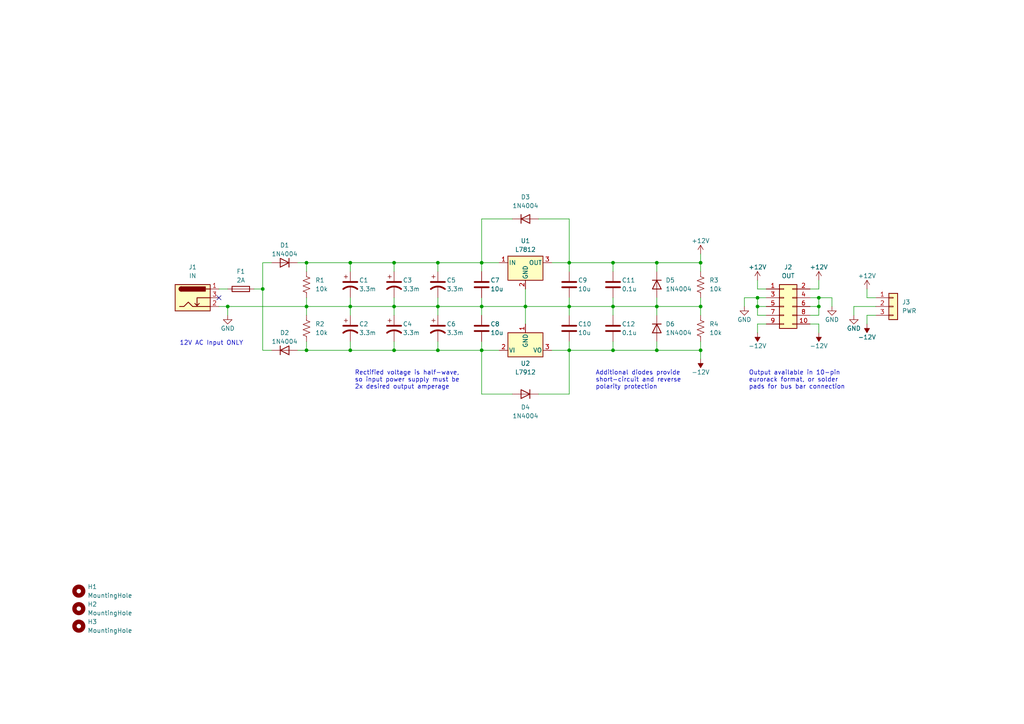
<source format=kicad_sch>
(kicad_sch (version 20211123) (generator eeschema)
  (paper "A4")
  (lib_symbols
    (symbol "Connector:Barrel_Jack_Switch" (pin_names hide)
      (property "Reference" "J" (at 0 5.334 0))
      (property "Value" "Barrel_Jack_Switch" (at 0 -5.08 0))
      (symbol "Barrel_Jack_Switch_0_1"
        (rectangle (start -5.08 3.81) (end 5.08 -3.81) (stroke (width 0.254)) (fill (type background)))
        (arc (start -3.302 3.175) (mid -3.937 2.54) (end -3.302 1.905) (stroke (width 0.254)))
        (arc (start -3.302 3.175) (mid -3.937 2.54) (end -3.302 1.905) (stroke (width 0.254)) (fill (type outline)))
        (polyline (pts (xy 1.27 -2.286) (xy 1.905 -1.651)) (stroke (width 0.254)))
        (polyline (pts (xy 5.08 2.54) (xy 3.81 2.54)) (stroke (width 0.254)))
        (polyline (pts (xy 5.08 0) (xy 1.27 0) (xy 1.27 -2.286) (xy 0.635 -1.651)) (stroke (width 0.254)))
        (polyline (pts (xy -3.81 -2.54) (xy -2.54 -2.54) (xy -1.27 -1.27) (xy 0 -2.54) (xy 2.54 -2.54) (xy 5.08 -2.54)) (stroke (width 0.254)))
        (rectangle (start 3.683 3.175) (end -3.302 1.905) (stroke (width 0.254)) (fill (type outline)))
      )
      (symbol "Barrel_Jack_Switch_1_1"
        (pin passive line (at 7.62 2.54 180) (length 2.54) (name "~") (number "1"))
        (pin passive line (at 7.62 -2.54 180) (length 2.54) (name "~") (number "2"))
        (pin passive line (at 7.62 0 180) (length 2.54) (name "~") (number "3"))
      )
    )
    (symbol "Connector_Generic:Conn_01x03" (pin_names (offset 1.016) hide)
      (property "Reference" "J" (at 0 5.08 0))
      (property "Value" "Conn_01x03" (at 0 -5.08 0))
      (symbol "Conn_01x03_1_1"
        (rectangle (start -1.27 -2.413) (end 0 -2.667) (stroke (width 0.1524)))
        (rectangle (start -1.27 0.127) (end 0 -0.127) (stroke (width 0.1524)))
        (rectangle (start -1.27 2.667) (end 0 2.413) (stroke (width 0.1524)))
        (rectangle (start -1.27 3.81) (end 1.27 -3.81) (stroke (width 0.254)) (fill (type background)))
        (pin passive line (at -5.08 2.54 0) (length 3.81) (name "Pin_1") (number "1"))
        (pin passive line (at -5.08 0 0) (length 3.81) (name "Pin_2") (number "2"))
        (pin passive line (at -5.08 -2.54 0) (length 3.81) (name "Pin_3") (number "3"))
      )
    )
    (symbol "Connector_Generic:Conn_02x05_Odd_Even" (pin_names (offset 1.016) hide)
      (property "Reference" "J" (at 1.27 7.62 0))
      (property "Value" "Conn_02x05_Odd_Even" (at 1.27 -7.62 0))
      (symbol "Conn_02x05_Odd_Even_1_1"
        (rectangle (start -1.27 -4.953) (end 0 -5.207) (stroke (width 0.1524)))
        (rectangle (start -1.27 -2.413) (end 0 -2.667) (stroke (width 0.1524)))
        (rectangle (start -1.27 0.127) (end 0 -0.127) (stroke (width 0.1524)))
        (rectangle (start -1.27 2.667) (end 0 2.413) (stroke (width 0.1524)))
        (rectangle (start -1.27 5.207) (end 0 4.953) (stroke (width 0.1524)))
        (rectangle (start -1.27 6.35) (end 3.81 -6.35) (stroke (width 0.254)) (fill (type background)))
        (rectangle (start 3.81 -4.953) (end 2.54 -5.207) (stroke (width 0.1524)))
        (rectangle (start 3.81 -2.413) (end 2.54 -2.667) (stroke (width 0.1524)))
        (rectangle (start 3.81 0.127) (end 2.54 -0.127) (stroke (width 0.1524)))
        (rectangle (start 3.81 2.667) (end 2.54 2.413) (stroke (width 0.1524)))
        (rectangle (start 3.81 5.207) (end 2.54 4.953) (stroke (width 0.1524)))
        (pin passive line (at -5.08 5.08 0) (length 3.81) (name "Pin_1") (number "1"))
        (pin passive line (at 7.62 -5.08 180) (length 3.81) (name "Pin_10") (number "10"))
        (pin passive line (at 7.62 5.08 180) (length 3.81) (name "Pin_2") (number "2"))
        (pin passive line (at -5.08 2.54 0) (length 3.81) (name "Pin_3") (number "3"))
        (pin passive line (at 7.62 2.54 180) (length 3.81) (name "Pin_4") (number "4"))
        (pin passive line (at -5.08 0 0) (length 3.81) (name "Pin_5") (number "5"))
        (pin passive line (at 7.62 0 180) (length 3.81) (name "Pin_6") (number "6"))
        (pin passive line (at -5.08 -2.54 0) (length 3.81) (name "Pin_7") (number "7"))
        (pin passive line (at 7.62 -2.54 180) (length 3.81) (name "Pin_8") (number "8"))
        (pin passive line (at -5.08 -5.08 0) (length 3.81) (name "Pin_9") (number "9"))
      )
    )
    (symbol "Device:C" (pin_numbers hide) (pin_names (offset 0.254))
      (property "Reference" "C" (at 0.635 2.54 0))
      (property "Value" "C" (at 0.635 -2.54 0))
      (symbol "C_0_1"
        (polyline (pts (xy -2.032 -0.762) (xy 2.032 -0.762)) (stroke (width 0.508)))
        (polyline (pts (xy -2.032 0.762) (xy 2.032 0.762)) (stroke (width 0.508)))
      )
      (symbol "C_1_1"
        (pin passive line (at 0 3.81 270) (length 2.794) (name "~") (number "1"))
        (pin passive line (at 0 -3.81 90) (length 2.794) (name "~") (number "2"))
      )
    )
    (symbol "Device:C_Polarized_US" (pin_numbers hide) (pin_names (offset 0.254) hide)
      (property "Reference" "C" (at 0.635 2.54 0))
      (property "Value" "C_Polarized_US" (at 0.635 -2.54 0))
      (symbol "C_Polarized_US_0_1"
        (polyline (pts (xy -2.032 0.762) (xy 2.032 0.762)) (stroke (width 0.508)))
        (polyline (pts (xy -1.778 2.286) (xy -0.762 2.286)))
        (polyline (pts (xy -1.27 1.778) (xy -1.27 2.794)))
        (arc (start 2.032 -1.27) (mid 0 -0.5572) (end -2.032 -1.27) (stroke (width 0.508)))
      )
      (symbol "C_Polarized_US_1_1"
        (pin passive line (at 0 3.81 270) (length 2.794) (name "~") (number "1"))
        (pin passive line (at 0 -3.81 90) (length 3.302) (name "~") (number "2"))
      )
    )
    (symbol "Device:D" (pin_numbers hide) (pin_names (offset 1.016) hide)
      (property "Reference" "D" (at 0 2.54 0))
      (property "Value" "D" (at 0 -2.54 0))
      (symbol "D_0_1"
        (polyline (pts (xy -1.27 1.27) (xy -1.27 -1.27)) (stroke (width 0.254)))
        (polyline (pts (xy 1.27 0) (xy -1.27 0)))
        (polyline (pts (xy 1.27 1.27) (xy 1.27 -1.27) (xy -1.27 0) (xy 1.27 1.27)) (stroke (width 0.254)))
      )
      (symbol "D_1_1"
        (pin passive line (at -3.81 0 0) (length 2.54) (name "K") (number "1"))
        (pin passive line (at 3.81 0 180) (length 2.54) (name "A") (number "2"))
      )
    )
    (symbol "Device:Fuse" (pin_numbers hide) (pin_names (offset 0))
      (property "Reference" "F" (at 2.032 0 90))
      (property "Value" "Fuse" (at -1.905 0 90))
      (symbol "Fuse_0_1"
        (rectangle (start -0.762 -2.54) (end 0.762 2.54) (stroke (width 0.254)))
        (polyline (pts (xy 0 2.54) (xy 0 -2.54)))
      )
      (symbol "Fuse_1_1"
        (pin passive line (at 0 3.81 270) (length 1.27) (name "~") (number "1"))
        (pin passive line (at 0 -3.81 90) (length 1.27) (name "~") (number "2"))
      )
    )
    (symbol "Device:R_US" (pin_numbers hide) (pin_names (offset 0))
      (property "Reference" "R" (at 2.54 0 90))
      (property "Value" "R_US" (at -2.54 0 90))
      (symbol "R_US_0_1"
        (polyline (pts (xy 0 -2.286) (xy 0 -2.54)))
        (polyline (pts (xy 0 2.286) (xy 0 2.54)))
        (polyline (pts (xy 0 -0.762) (xy 1.016 -1.143) (xy 0 -1.524) (xy -1.016 -1.905) (xy 0 -2.286)))
        (polyline (pts (xy 0 0.762) (xy 1.016 0.381) (xy 0 0) (xy -1.016 -0.381) (xy 0 -0.762)))
        (polyline (pts (xy 0 2.286) (xy 1.016 1.905) (xy 0 1.524) (xy -1.016 1.143) (xy 0 0.762)))
      )
      (symbol "R_US_1_1"
        (pin passive line (at 0 3.81 270) (length 1.27) (name "~") (number "1"))
        (pin passive line (at 0 -3.81 90) (length 1.27) (name "~") (number "2"))
      )
    )
    (symbol "Mechanical:MountingHole" (pin_names (offset 1.016))
      (property "Reference" "H" (at 0 5.08 0))
      (property "Value" "MountingHole" (at 0 3.175 0))
      (symbol "MountingHole_0_1"
        (circle (center 0 0) (radius 1.27) (stroke (width 1.27)))
      )
    )
    (symbol "Regulator_Linear:L7812" (pin_names (offset 0.254))
      (property "Reference" "U" (at -3.81 3.175 0))
      (property "Value" "L7812" (at 0 3.175 0))
      (symbol "L7812_0_1"
        (rectangle (start -5.08 1.905) (end 5.08 -5.08) (stroke (width 0.254)) (fill (type background)))
      )
      (symbol "L7812_1_1"
        (pin power_in line (at -7.62 0 0) (length 2.54) (name "IN") (number "1"))
        (pin power_in line (at 0 -7.62 90) (length 2.54) (name "GND") (number "2"))
        (pin power_out line (at 7.62 0 180) (length 2.54) (name "OUT") (number "3"))
      )
    )
    (symbol "Regulator_Linear:L7912" (pin_names (offset 0.254))
      (property "Reference" "U" (at -3.81 -3.175 0))
      (property "Value" "L7912" (at 0 -3.175 0))
      (symbol "L7912_0_1"
        (rectangle (start -5.08 5.08) (end 5.08 -1.905) (stroke (width 0.254)) (fill (type background)))
      )
      (symbol "L7912_1_1"
        (pin power_in line (at 0 7.62 270) (length 2.54) (name "GND") (number "1"))
        (pin power_in line (at -7.62 0 0) (length 2.54) (name "VI") (number "2"))
        (pin power_out line (at 7.62 0 180) (length 2.54) (name "VO") (number "3"))
      )
    )
    (symbol "power:+12V" (power) (pin_names (offset 0))
      (property "Value" "+12V" (at 0 3.556 0))
      (symbol "+12V_0_1"
        (polyline (pts (xy -0.762 1.27) (xy 0 2.54)))
        (polyline (pts (xy 0 0) (xy 0 2.54)))
        (polyline (pts (xy 0 2.54) (xy 0.762 1.27)))
      )
      (symbol "+12V_1_1"
        (pin power_in line (at 0 0 90) (length 0) hide (name "+12V") (number "1"))
      )
    )
    (symbol "power:-12V" (power) (pin_names (offset 0))
      (property "Value" "-12V" (at 0 3.81 0))
      (symbol "-12V_0_0"
        (pin power_in line (at 0 0 90) (length 0) hide (name "-12V") (number "1"))
      )
      (symbol "-12V_0_1"
        (polyline (pts (xy 0 0) (xy 0 1.27) (xy 0.762 1.27) (xy 0 2.54) (xy -0.762 1.27) (xy 0 1.27)) (fill (type outline)))
      )
    )
    (symbol "power:GND" (power) (pin_names (offset 0))
      (property "Value" "GND" (at 0 -3.81 0))
      (symbol "GND_0_1"
        (polyline (pts (xy 0 0) (xy 0 -1.27) (xy 1.27 -1.27) (xy 0 -2.54) (xy -1.27 -1.27) (xy 0 -1.27)))
      )
      (symbol "GND_1_1"
        (pin power_in line (at 0 0 270) (length 0) hide (name "GND") (number "1"))
      )
    )
  )
  (junction (at 190.5 88.9))
  (junction (at 139.7 88.9))
  (junction (at 127 88.9))
  (junction (at 114.3 88.9))
  (junction (at 101.6 88.9))
  (junction (at 76.2 83.82))
  (junction (at 114.3 101.6))
  (junction (at 190.5 101.6))
  (junction (at 219.71 88.9))
  (junction (at 88.9 101.6))
  (junction (at 66.04 88.9))
  (junction (at 219.71 86.36))
  (junction (at 139.7 101.6))
  (junction (at 114.3 76.2))
  (junction (at 101.6 76.2))
  (junction (at 177.8 76.2))
  (junction (at 237.49 88.9))
  (junction (at 237.49 86.36))
  (junction (at 127 76.2))
  (junction (at 190.5 76.2))
  (junction (at 203.2 76.2))
  (junction (at 165.1 88.9))
  (junction (at 139.7 76.2))
  (junction (at 177.8 88.9))
  (junction (at 152.4 88.9))
  (junction (at 165.1 76.2))
  (junction (at 127 101.6))
  (junction (at 88.9 88.9))
  (junction (at 165.1 101.6))
  (junction (at 203.2 101.6))
  (junction (at 88.9 76.2))
  (junction (at 203.2 88.9))
  (junction (at 101.6 101.6))
  (junction (at 177.8 101.6))
  (no_connect (at 63.5 86.36))
  (wire (pts (xy 203.2 88.9) (xy 203.2 91.44)))
  (wire (pts (xy 101.6 88.9) (xy 114.3 88.9)))
  (wire (pts (xy 148.59 63.5) (xy 139.7 63.5)))
  (wire (pts (xy 76.2 101.6) (xy 78.74 101.6)))
  (wire (pts (xy 76.2 76.2) (xy 76.2 83.82)))
  (wire (pts (xy 237.49 93.98) (xy 237.49 96.52)))
  (wire (pts (xy 234.95 93.98) (xy 237.49 93.98)))
  (wire (pts (xy 86.36 76.2) (xy 88.9 76.2)))
  (wire (pts (xy 219.71 83.82) (xy 222.25 83.82)))
  (wire (pts (xy 114.3 99.06) (xy 114.3 101.6)))
  (wire (pts (xy 127 78.74) (xy 127 76.2)))
  (wire (pts (xy 88.9 88.9) (xy 101.6 88.9)))
  (wire (pts (xy 165.1 114.3) (xy 165.1 101.6)))
  (wire (pts (xy 190.5 76.2) (xy 190.5 78.74)))
  (wire (pts (xy 251.46 91.44) (xy 251.46 93.98)))
  (wire (pts (xy 66.04 88.9) (xy 66.04 91.44)))
  (wire (pts (xy 234.95 83.82) (xy 237.49 83.82)))
  (wire (pts (xy 251.46 86.36) (xy 254 86.36)))
  (wire (pts (xy 101.6 86.36) (xy 101.6 88.9)))
  (wire (pts (xy 160.02 76.2) (xy 165.1 76.2)))
  (wire (pts (xy 76.2 83.82) (xy 76.2 101.6)))
  (wire (pts (xy 215.9 88.9) (xy 215.9 86.36)))
  (wire (pts (xy 139.7 114.3) (xy 148.59 114.3)))
  (wire (pts (xy 237.49 86.36) (xy 237.49 88.9)))
  (wire (pts (xy 219.71 81.28) (xy 219.71 83.82)))
  (wire (pts (xy 114.3 86.36) (xy 114.3 88.9)))
  (wire (pts (xy 234.95 88.9) (xy 237.49 88.9)))
  (wire (pts (xy 101.6 99.06) (xy 101.6 101.6)))
  (wire (pts (xy 127 101.6) (xy 139.7 101.6)))
  (wire (pts (xy 139.7 78.74) (xy 139.7 76.2)))
  (wire (pts (xy 139.7 86.36) (xy 139.7 88.9)))
  (wire (pts (xy 101.6 88.9) (xy 101.6 91.44)))
  (wire (pts (xy 237.49 86.36) (xy 241.3 86.36)))
  (wire (pts (xy 101.6 76.2) (xy 114.3 76.2)))
  (wire (pts (xy 190.5 101.6) (xy 203.2 101.6)))
  (wire (pts (xy 86.36 101.6) (xy 88.9 101.6)))
  (wire (pts (xy 165.1 101.6) (xy 177.8 101.6)))
  (wire (pts (xy 88.9 88.9) (xy 88.9 91.44)))
  (wire (pts (xy 165.1 101.6) (xy 165.1 99.06)))
  (wire (pts (xy 165.1 88.9) (xy 177.8 88.9)))
  (wire (pts (xy 165.1 76.2) (xy 177.8 76.2)))
  (wire (pts (xy 251.46 83.82) (xy 251.46 86.36)))
  (wire (pts (xy 177.8 88.9) (xy 177.8 86.36)))
  (wire (pts (xy 127 86.36) (xy 127 88.9)))
  (wire (pts (xy 247.65 88.9) (xy 254 88.9)))
  (wire (pts (xy 88.9 101.6) (xy 88.9 99.06)))
  (wire (pts (xy 219.71 86.36) (xy 222.25 86.36)))
  (wire (pts (xy 114.3 88.9) (xy 127 88.9)))
  (wire (pts (xy 114.3 78.74) (xy 114.3 76.2)))
  (wire (pts (xy 190.5 86.36) (xy 190.5 88.9)))
  (wire (pts (xy 203.2 88.9) (xy 203.2 86.36)))
  (wire (pts (xy 114.3 76.2) (xy 127 76.2)))
  (wire (pts (xy 219.71 93.98) (xy 219.71 96.52)))
  (wire (pts (xy 127 76.2) (xy 139.7 76.2)))
  (wire (pts (xy 190.5 76.2) (xy 203.2 76.2)))
  (wire (pts (xy 156.21 114.3) (xy 165.1 114.3)))
  (wire (pts (xy 88.9 78.74) (xy 88.9 76.2)))
  (wire (pts (xy 139.7 99.06) (xy 139.7 101.6)))
  (wire (pts (xy 127 99.06) (xy 127 101.6)))
  (wire (pts (xy 63.5 83.82) (xy 66.04 83.82)))
  (wire (pts (xy 139.7 63.5) (xy 139.7 76.2)))
  (wire (pts (xy 203.2 78.74) (xy 203.2 76.2)))
  (wire (pts (xy 241.3 86.36) (xy 241.3 88.9)))
  (wire (pts (xy 165.1 76.2) (xy 165.1 63.5)))
  (wire (pts (xy 219.71 88.9) (xy 219.71 86.36)))
  (wire (pts (xy 203.2 101.6) (xy 203.2 104.14)))
  (wire (pts (xy 101.6 78.74) (xy 101.6 76.2)))
  (wire (pts (xy 63.5 88.9) (xy 66.04 88.9)))
  (wire (pts (xy 127 88.9) (xy 127 91.44)))
  (wire (pts (xy 190.5 88.9) (xy 203.2 88.9)))
  (wire (pts (xy 165.1 88.9) (xy 165.1 91.44)))
  (wire (pts (xy 139.7 101.6) (xy 144.78 101.6)))
  (wire (pts (xy 177.8 101.6) (xy 177.8 99.06)))
  (wire (pts (xy 88.9 88.9) (xy 88.9 86.36)))
  (wire (pts (xy 222.25 91.44) (xy 219.71 91.44)))
  (wire (pts (xy 101.6 101.6) (xy 114.3 101.6)))
  (wire (pts (xy 88.9 101.6) (xy 101.6 101.6)))
  (wire (pts (xy 139.7 76.2) (xy 144.78 76.2)))
  (wire (pts (xy 177.8 76.2) (xy 190.5 76.2)))
  (wire (pts (xy 237.49 88.9) (xy 237.49 91.44)))
  (wire (pts (xy 165.1 78.74) (xy 165.1 76.2)))
  (wire (pts (xy 127 88.9) (xy 139.7 88.9)))
  (wire (pts (xy 251.46 91.44) (xy 254 91.44)))
  (wire (pts (xy 76.2 76.2) (xy 78.74 76.2)))
  (wire (pts (xy 234.95 86.36) (xy 237.49 86.36)))
  (wire (pts (xy 237.49 81.28) (xy 237.49 83.82)))
  (wire (pts (xy 114.3 101.6) (xy 127 101.6)))
  (wire (pts (xy 177.8 88.9) (xy 190.5 88.9)))
  (wire (pts (xy 88.9 76.2) (xy 101.6 76.2)))
  (wire (pts (xy 190.5 99.06) (xy 190.5 101.6)))
  (wire (pts (xy 190.5 88.9) (xy 190.5 91.44)))
  (wire (pts (xy 139.7 88.9) (xy 139.7 91.44)))
  (wire (pts (xy 139.7 101.6) (xy 139.7 114.3)))
  (wire (pts (xy 215.9 86.36) (xy 219.71 86.36)))
  (wire (pts (xy 152.4 88.9) (xy 165.1 88.9)))
  (wire (pts (xy 219.71 88.9) (xy 222.25 88.9)))
  (wire (pts (xy 66.04 88.9) (xy 88.9 88.9)))
  (wire (pts (xy 177.8 101.6) (xy 190.5 101.6)))
  (wire (pts (xy 219.71 91.44) (xy 219.71 88.9)))
  (wire (pts (xy 73.66 83.82) (xy 76.2 83.82)))
  (wire (pts (xy 165.1 88.9) (xy 165.1 86.36)))
  (wire (pts (xy 160.02 101.6) (xy 165.1 101.6)))
  (wire (pts (xy 177.8 88.9) (xy 177.8 91.44)))
  (wire (pts (xy 203.2 73.66) (xy 203.2 76.2)))
  (wire (pts (xy 152.4 88.9) (xy 152.4 93.98)))
  (wire (pts (xy 156.21 63.5) (xy 165.1 63.5)))
  (wire (pts (xy 247.65 91.44) (xy 247.65 88.9)))
  (wire (pts (xy 203.2 101.6) (xy 203.2 99.06)))
  (wire (pts (xy 139.7 88.9) (xy 152.4 88.9)))
  (wire (pts (xy 152.4 83.82) (xy 152.4 88.9)))
  (wire (pts (xy 114.3 88.9) (xy 114.3 91.44)))
  (wire (pts (xy 177.8 78.74) (xy 177.8 76.2)))
  (wire (pts (xy 237.49 91.44) (xy 234.95 91.44)))
  (wire (pts (xy 219.71 93.98) (xy 222.25 93.98)))
  (text "Rectified voltage is half-wave,\nso input power supply must be\n2x desired output amperage" (at 102.87 113.03 0) (effects (font (size 1.27 1.27)) (justify left bottom)))
  (text "Additional diodes provide\nshort-circuit and reverse\npolarity protection" (at 172.72 113.03 0) (effects (font (size 1.27 1.27)) (justify left bottom)))
  (text "Output available in 10-pin\neurorack format, or solder\npads for bus bar connection" (at 217.17 113.03 0) (effects (font (size 1.27 1.27)) (justify left bottom)))
  (text "12V AC Input ONLY" (at 52.07 100.33 0) (effects (font (size 1.27 1.27)) (justify left bottom)))
  (symbol (lib_id "Device:D") (at 82.55 76.2 180) (unit 1)
    (property "Reference" "D1" (at 82.55 71.12 0))
    (property "Value" "1N4004" (at 82.55 73.66 0))
    (property "Footprint" "Diode_THT:D_DO-41_SOD81_P7.62mm_Horizontal" (effects hide))
  )
  (symbol (lib_id "Mechanical:MountingHole") (at 22.86 171.45 0) (unit 1)
    (property "Reference" "H1" (at 25.4 170.1799 0) (effects (justify left)))
    (property "Value" "MountingHole" (at 25.4 172.7199 0) (effects (justify left)))
    (property "Footprint" "MountingHole:MountingHole_4.3mm_M4" (effects hide))
  )
  (symbol (lib_id "Device:C_Polarized_US") (at 127 82.55 0) (unit 1)
    (property "Reference" "C5" (at 129.54 81.28 0) (effects (justify left)))
    (property "Value" "3.3m" (at 129.54 83.82 0) (effects (justify left)))
    (property "Footprint" "Capacitor_THT:CP_Radial_D16.0mm_P7.50mm" (effects hide))
  )
  (symbol (lib_id "Device:D") (at 152.4 63.5 0) (mirror x) (unit 1)
    (property "Reference" "D3" (at 152.4 57.15 0))
    (property "Value" "1N4004" (at 152.4 59.69 0))
    (property "Footprint" "Diode_THT:D_DO-41_SOD81_P7.62mm_Horizontal" (effects hide))
  )
  (symbol (lib_id "power:+12V") (at 203.2 73.66 0) (unit 1)
    (property "Reference" "#PWR02" (effects hide))
    (property "Value" "+12V" (at 203.2 69.85 0))
  )
  (symbol (lib_id "Device:C") (at 165.1 95.25 0) (unit 1)
    (property "Reference" "C10" (at 167.64 93.98 0) (effects (justify left)))
    (property "Value" "10u" (at 167.64 96.52 0) (effects (justify left)))
    (property "Footprint" "Capacitor_THT:C_Rect_L7.0mm_W4.5mm_P5.00mm" (effects hide))
  )
  (symbol (lib_id "Device:D") (at 190.5 95.25 90) (mirror x) (unit 1)
    (property "Reference" "D6" (at 193.04 93.9799 90) (effects (justify right)))
    (property "Value" "1N4004" (at 193.04 96.5199 90) (effects (justify right)))
    (property "Footprint" "Diode_THT:D_DO-41_SOD81_P7.62mm_Horizontal" (effects hide))
  )
  (symbol (lib_id "Device:C") (at 139.7 82.55 0) (unit 1)
    (property "Reference" "C7" (at 142.24 81.28 0) (effects (justify left)))
    (property "Value" "10u" (at 142.24 83.82 0) (effects (justify left)))
    (property "Footprint" "Capacitor_THT:C_Rect_L7.0mm_W4.5mm_P5.00mm" (effects hide))
  )
  (symbol (lib_id "Regulator_Linear:L7912") (at 152.4 101.6 0) (unit 1)
    (property "Reference" "U2" (at 152.4 105.41 0))
    (property "Value" "L7912" (at 152.4 107.95 0))
    (property "Footprint" "Package_TO_SOT_THT:TO-220-3_Horizontal_TabDown" (effects hide))
    (property "Datasheet" "http://www.st.com/content/ccc/resource/technical/document/datasheet/c9/16/86/41/c7/2b/45/f2/CD00000450.pdf/files/CD00000450.pdf/jcr:content/translations/en.CD00000450.pdf" (effects hide))
  )
  (symbol (lib_id "Device:D") (at 190.5 82.55 270) (unit 1)
    (property "Reference" "D5" (at 193.04 81.28 90) (effects (justify left)))
    (property "Value" "1N4004" (at 193.04 83.8199 90) (effects (justify left)))
    (property "Footprint" "Diode_THT:D_DO-41_SOD81_P7.62mm_Horizontal" (effects hide))
  )
  (symbol (lib_id "power:-12V") (at 237.49 96.52 180) (unit 1)
    (property "Reference" "#PWR08" (effects hide))
    (property "Value" "-12V" (at 237.49 100.33 0))
  )
  (symbol (lib_id "Device:R_US") (at 203.2 82.55 0) (unit 1)
    (property "Reference" "R3" (at 205.74 81.2799 0) (effects (justify left)))
    (property "Value" "10k" (at 205.74 83.8199 0) (effects (justify left)))
    (property "Footprint" "Resistor_THT:R_Axial_DIN0204_L3.6mm_D1.6mm_P5.08mm_Horizontal" (effects hide))
  )
  (symbol (lib_id "power:+12V") (at 251.46 83.82 0) (unit 1)
    (property "Reference" "#PWR011" (effects hide))
    (property "Value" "+12V" (at 251.46 80.01 0))
  )
  (symbol (lib_id "Device:D") (at 152.4 114.3 180) (unit 1)
    (property "Reference" "D4" (at 152.4 118.11 0))
    (property "Value" "1N4004" (at 152.4 120.65 0))
    (property "Footprint" "Diode_THT:D_DO-41_SOD81_P7.62mm_Horizontal" (effects hide))
  )
  (symbol (lib_id "Device:R_US") (at 88.9 82.55 0) (unit 1)
    (property "Reference" "R1" (at 91.44 81.28 0) (effects (justify left)))
    (property "Value" "10k" (at 91.44 83.82 0) (effects (justify left)))
    (property "Footprint" "Resistor_THT:R_Axial_DIN0204_L3.6mm_D1.6mm_P5.08mm_Horizontal" (effects hide))
  )
  (symbol (lib_id "Device:C_Polarized_US") (at 101.6 82.55 0) (unit 1)
    (property "Reference" "C1" (at 104.14 81.28 0) (effects (justify left)))
    (property "Value" "3.3m" (at 104.14 83.82 0) (effects (justify left)))
    (property "Footprint" "Capacitor_THT:CP_Radial_D16.0mm_P7.50mm" (effects hide))
  )
  (symbol (lib_id "Device:C_Polarized_US") (at 127 95.25 0) (unit 1)
    (property "Reference" "C6" (at 129.54 93.98 0) (effects (justify left)))
    (property "Value" "3.3m" (at 129.54 96.52 0) (effects (justify left)))
    (property "Footprint" "Capacitor_THT:CP_Radial_D16.0mm_P7.50mm" (effects hide))
  )
  (symbol (lib_id "power:GND") (at 215.9 88.9 0) (unit 1)
    (property "Reference" "#PWR04" (effects hide))
    (property "Value" "GND" (at 215.9 92.71 0))
  )
  (symbol (lib_id "Device:C") (at 165.1 82.55 0) (unit 1)
    (property "Reference" "C9" (at 167.64 81.28 0) (effects (justify left)))
    (property "Value" "10u" (at 167.64 83.82 0) (effects (justify left)))
    (property "Footprint" "Capacitor_THT:C_Rect_L7.0mm_W4.5mm_P5.00mm" (effects hide))
  )
  (symbol (lib_id "Device:C") (at 177.8 95.25 0) (unit 1)
    (property "Reference" "C12" (at 180.34 93.98 0) (effects (justify left)))
    (property "Value" "0.1u" (at 180.34 96.52 0) (effects (justify left)))
    (property "Footprint" "Capacitor_THT:C_Rect_L4.0mm_W2.5mm_P2.50mm" (effects hide))
  )
  (symbol (lib_id "Device:C") (at 177.8 82.55 0) (unit 1)
    (property "Reference" "C11" (at 180.34 81.28 0) (effects (justify left)))
    (property "Value" "0.1u" (at 180.34 83.82 0) (effects (justify left)))
    (property "Footprint" "Capacitor_THT:C_Rect_L4.0mm_W2.5mm_P2.50mm" (effects hide))
  )
  (symbol (lib_id "Device:C_Polarized_US") (at 114.3 82.55 0) (unit 1)
    (property "Reference" "C3" (at 116.84 81.28 0) (effects (justify left)))
    (property "Value" "3.3m" (at 116.84 83.82 0) (effects (justify left)))
    (property "Footprint" "Capacitor_THT:CP_Radial_D16.0mm_P7.50mm" (effects hide))
  )
  (symbol (lib_id "Device:D") (at 82.55 101.6 0) (mirror x) (unit 1)
    (property "Reference" "D2" (at 82.55 96.52 0))
    (property "Value" "1N4004" (at 82.55 99.06 0))
    (property "Footprint" "Diode_THT:D_DO-41_SOD81_P7.62mm_Horizontal" (effects hide))
  )
  (symbol (lib_id "Mechanical:MountingHole") (at 22.86 181.61 0) (unit 1)
    (property "Reference" "H3" (at 25.4 180.3399 0) (effects (justify left)))
    (property "Value" "MountingHole" (at 25.4 182.8799 0) (effects (justify left)))
    (property "Footprint" "MountingHole:MountingHole_4.3mm_M4" (effects hide))
  )
  (symbol (lib_id "Connector:Barrel_Jack_Switch") (at 55.88 86.36 0) (unit 1)
    (property "Reference" "J1" (at 55.88 77.47 0))
    (property "Value" "IN" (at 55.88 80.01 0))
    (property "Footprint" "Connector_BarrelJack:BarrelJack_GCT_DCJ200-10-A_Horizontal" (effects hide))
  )
  (symbol (lib_id "Device:C_Polarized_US") (at 101.6 95.25 0) (unit 1)
    (property "Reference" "C2" (at 104.14 93.98 0) (effects (justify left)))
    (property "Value" "3.3m" (at 104.14 96.52 0) (effects (justify left)))
    (property "Footprint" "Capacitor_THT:CP_Radial_D16.0mm_P7.50mm" (effects hide))
  )
  (symbol (lib_id "Connector_Generic:Conn_01x03") (at 259.08 88.9 0) (unit 1)
    (property "Reference" "J3" (at 261.62 87.6299 0) (effects (justify left)))
    (property "Value" "PWR" (at 261.62 90.1699 0) (effects (justify left)))
    (property "Footprint" "Connector_Wire:SolderWire-0.75sqmm_1x03_P7mm_D1.25mm_OD3.5mm" (effects hide))
  )
  (symbol (lib_id "power:+12V") (at 219.71 81.28 0) (unit 1)
    (property "Reference" "#PWR05" (effects hide))
    (property "Value" "+12V" (at 219.71 77.47 0))
  )
  (symbol (lib_id "Mechanical:MountingHole") (at 22.86 176.53 0) (unit 1)
    (property "Reference" "H2" (at 25.4 175.2599 0) (effects (justify left)))
    (property "Value" "MountingHole" (at 25.4 177.7999 0) (effects (justify left)))
    (property "Footprint" "MountingHole:MountingHole_4.3mm_M4" (effects hide))
  )
  (symbol (lib_id "power:-12V") (at 251.46 93.98 180) (unit 1)
    (property "Reference" "#PWR012" (effects hide))
    (property "Value" "-12V" (at 251.46 97.79 0))
  )
  (symbol (lib_id "power:GND") (at 241.3 88.9 0) (unit 1)
    (property "Reference" "#PWR09" (effects hide))
    (property "Value" "GND" (at 241.3 92.71 0))
  )
  (symbol (lib_id "power:+12V") (at 237.49 81.28 0) (unit 1)
    (property "Reference" "#PWR07" (effects hide))
    (property "Value" "+12V" (at 237.49 77.47 0))
  )
  (symbol (lib_id "power:GND") (at 66.04 91.44 0) (unit 1)
    (property "Reference" "#PWR01" (effects hide))
    (property "Value" "GND" (at 66.04 95.25 0))
  )
  (symbol (lib_id "Device:C") (at 139.7 95.25 0) (unit 1)
    (property "Reference" "C8" (at 142.24 93.98 0) (effects (justify left)))
    (property "Value" "10u" (at 142.24 96.52 0) (effects (justify left)))
    (property "Footprint" "Capacitor_THT:C_Rect_L7.0mm_W4.5mm_P5.00mm" (effects hide))
  )
  (symbol (lib_id "power:-12V") (at 219.71 96.52 180) (unit 1)
    (property "Reference" "#PWR06" (effects hide))
    (property "Value" "-12V" (at 219.71 100.33 0))
  )
  (symbol (lib_id "Connector_Generic:Conn_02x05_Odd_Even") (at 227.33 88.9 0) (unit 1)
    (property "Reference" "J2" (at 228.6 77.47 0))
    (property "Value" "OUT" (at 228.6 80.01 0))
    (property "Footprint" "Connector_IDC:IDC-Header_2x05_P2.54mm_Vertical" (effects hide))
  )
  (symbol (lib_id "Device:R_US") (at 88.9 95.25 0) (unit 1)
    (property "Reference" "R2" (at 91.44 93.9799 0) (effects (justify left)))
    (property "Value" "10k" (at 91.44 96.52 0) (effects (justify left)))
    (property "Footprint" "Resistor_THT:R_Axial_DIN0204_L3.6mm_D1.6mm_P5.08mm_Horizontal" (effects hide))
  )
  (symbol (lib_id "Device:C_Polarized_US") (at 114.3 95.25 0) (unit 1)
    (property "Reference" "C4" (at 116.84 93.98 0) (effects (justify left)))
    (property "Value" "3.3m" (at 116.84 96.52 0) (effects (justify left)))
    (property "Footprint" "Capacitor_THT:CP_Radial_D16.0mm_P7.50mm" (effects hide))
  )
  (symbol (lib_id "Device:R_US") (at 203.2 95.25 0) (unit 1)
    (property "Reference" "R4" (at 205.74 93.9799 0) (effects (justify left)))
    (property "Value" "10k" (at 205.74 96.5199 0) (effects (justify left)))
    (property "Footprint" "Resistor_THT:R_Axial_DIN0204_L3.6mm_D1.6mm_P5.08mm_Horizontal" (effects hide))
  )
  (symbol (lib_id "Regulator_Linear:L7812") (at 152.4 76.2 0) (unit 1)
    (property "Reference" "U1" (at 152.4 69.85 0))
    (property "Value" "L7812" (at 152.4 72.39 0))
    (property "Footprint" "Package_TO_SOT_THT:TO-220-3_Horizontal_TabDown" (effects hide))
    (property "Datasheet" "http://www.st.com/content/ccc/resource/technical/document/datasheet/41/4f/b3/b0/12/d4/47/88/CD00000444.pdf/files/CD00000444.pdf/jcr:content/translations/en.CD00000444.pdf" (effects hide))
  )
  (symbol (lib_id "Device:Fuse") (at 69.85 83.82 90) (unit 1)
    (property "Reference" "F1" (at 69.85 78.74 90))
    (property "Value" "2A" (at 69.85 81.28 90))
    (property "Footprint" "Fuse:Fuseholder_Cylinder-5x20mm_Schurter_0031_8201_Horizontal_Open" (effects hide))
  )
  (symbol (lib_id "power:-12V") (at 203.2 104.14 180) (unit 1)
    (property "Reference" "#PWR03" (effects hide))
    (property "Value" "-12V" (at 203.2 107.95 0))
  )
  (symbol (lib_id "power:GND") (at 247.65 91.44 0) (unit 1)
    (property "Reference" "#PWR010" (effects hide))
    (property "Value" "GND" (at 247.65 95.25 0))
  )
)
</source>
